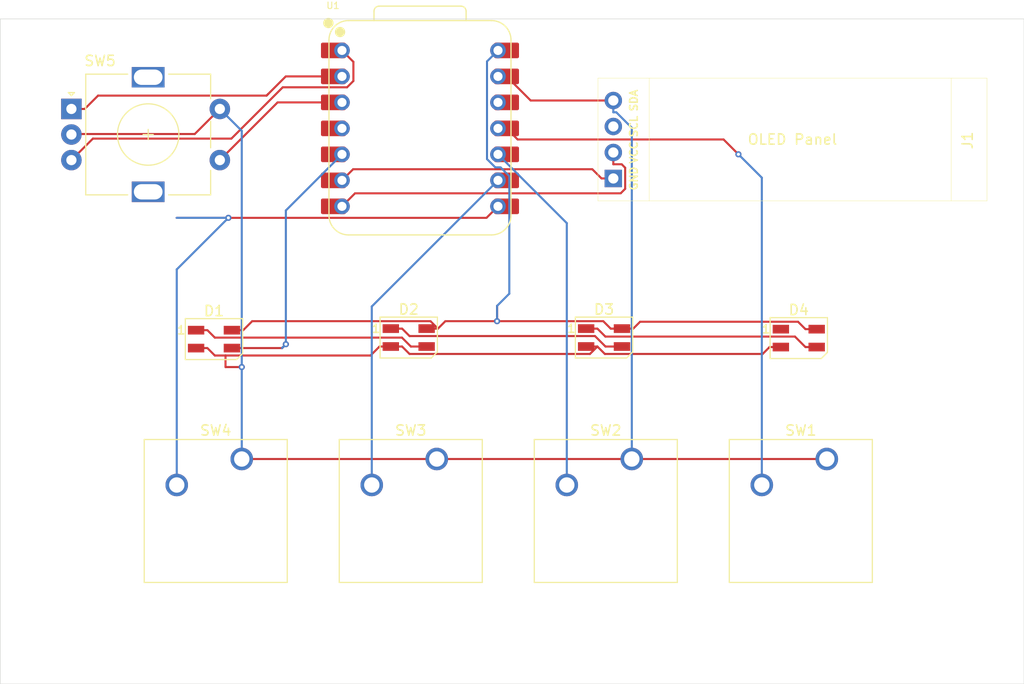
<source format=kicad_pcb>
(kicad_pcb (version 20241229) (generator "pcbnew") (generator_version "9.0")
  (layers (0 "F.Cu" signal) (2 "B.Cu" signal) (13 "F.Paste" user) (15 "B.Paste" user) (5 "F.SilkS" user "F.Silkscreen") (7 "B.SilkS" user "B.Silkscreen") (1 "F.Mask" user) (3 "B.Mask" user) (25 "Edge.Cuts" user))
  (net 0 "")
  (net 1 "Net-(D1-DIN)")
  (net 2 "Net-(D1-DOUT)")
  (net 3 "GND")
  (net 4 "+5V")
  (net 6 "Net-(J1-Pin_1)")
  (net 7 "Net-(J1-Pin_2)")
  (net 8 "VCC")
  (net 9 "Net-(U1-GPIO3{slash}MOSI)")
  (net 10 "Net-(U1-GPIO4{slash}MISO)")
  (net 11 "Net-(U1-GPIO2{slash}SCK)")
  (net 12 "Net-(U1-GPIO1{slash}RX)")
  (net 13 "unconnected-(U1-GPIO29{slash}ADC3{slash}A3-Pad4)")
  (net 14 "Net-(U1-GPIO28{slash}ADC2{slash}A2)")
  (net 15 "Net-(U1-GPIO26{slash}ADC0{slash}A0)")
  (net 16 "Net-(U1-GPIO27{slash}ADC1{slash}A1)")
  (net 17 "unconnected-(U1-3V3-Pad12)")
  (net 18 "Net-(D2-DOUT)")
  (net 19 "Net-(D3-DOUT)")
  (footprint "LED_SMD:LED_SK6812MINI_PLCC4_3.5x3.5mm_P1.75mm" (layer "F.Cu") (at 127.8 105.7)
    (property "Reference" "D4" (at 0 -2.75 0) (layer "F.SilkS"))
    (property "Value" "SK6812MINI")
    (fp_line (start -2.8 -2) (end -2.8 2) (stroke (width 0.12)) (layer "F.SilkS"))
    (fp_line (start -2.8 -2) (end 2.8 -2) (stroke (width 0.12)) (layer "F.SilkS"))
    (fp_line (start -2.8 2) (end 2.2 2) (stroke (width 0.12)) (layer "F.SilkS"))
    (fp_line (start 2.8 1.4) (end 2.2 2) (stroke (width 0.12)) (layer "F.SilkS"))
    (fp_line (start 2.8 1.4) (end 2.8 -2) (stroke (width 0.12)) (layer "F.SilkS"))
    (fp_text user "1" (at -3.2 -0.875 0) (layer "F.SilkS") (effects (font (size 0.8 0.8))))
    (pad "1" smd rect (at -1.75 -0.875) (size 1.6 0.85) (layers "F.Cu" "F.Mask" "F.Paste"))
    (pad "2" smd rect (at -1.75 0.875) (size 1.6 0.85) (layers "F.Cu" "F.Mask" "F.Paste") (net 3 "GND"))
    (pad "3" smd rect (at 1.75 0.875) (size 1.6 0.85) (layers "F.Cu" "F.Mask" "F.Paste") (net 19 "Net-(D3-DOUT)"))
    (pad "4" smd rect (at 1.75 -0.875) (size 1.6 0.85) (layers "F.Cu" "F.Mask" "F.Paste") (net 4 "+5V"))
  )
  (footprint "LED_SMD:LED_SK6812MINI_PLCC4_3.5x3.5mm_P1.75mm" (layer "F.Cu") (at 89.7 105.6487)
    (property "Reference" "D2" (at 0 -2.75 0) (layer "F.SilkS"))
    (property "Value" "SK6812MINI")
    (fp_line (start -2.8 -2) (end -2.8 2) (stroke (width 0.12)) (layer "F.SilkS"))
    (fp_line (start -2.8 -2) (end 2.8 -2) (stroke (width 0.12)) (layer "F.SilkS"))
    (fp_line (start -2.8 2) (end 2.2 2) (stroke (width 0.12)) (layer "F.SilkS"))
    (fp_line (start 2.8 1.4) (end 2.2 2) (stroke (width 0.12)) (layer "F.SilkS"))
    (fp_line (start 2.8 1.4) (end 2.8 -2) (stroke (width 0.12)) (layer "F.SilkS"))
    (fp_text user "1" (at -3.2 -0.875 0) (layer "F.SilkS") (effects (font (size 0.8 0.8))))
    (pad "1" smd rect (at -1.75 -0.875) (size 1.6 0.85) (layers "F.Cu" "F.Mask" "F.Paste") (net 18 "Net-(D2-DOUT)"))
    (pad "2" smd rect (at -1.75 0.875) (size 1.6 0.85) (layers "F.Cu" "F.Mask" "F.Paste") (net 3 "GND"))
    (pad "3" smd rect (at 1.75 0.875) (size 1.6 0.85) (layers "F.Cu" "F.Mask" "F.Paste") (net 2 "Net-(D1-DOUT)"))
    (pad "4" smd rect (at 1.75 -0.875) (size 1.6 0.85) (layers "F.Cu" "F.Mask" "F.Paste") (net 4 "+5V"))
  )
  (footprint "Button_Switch_Keyboard:SW_Cherry_MX_1.00u_PCB" (layer "F.Cu") (at 73.39 117.52)
    (property "Reference" "SW4" (at -2.54 -2.794 0) (layer "F.SilkS"))
    (property "Value" "SW_Push")
    (fp_line (start -9.525 -1.905) (end 4.445 -1.905) (stroke (width 0.12)) (layer "F.SilkS"))
    (fp_line (start -9.525 12.065) (end -9.525 -1.905) (stroke (width 0.12)) (layer "F.SilkS"))
    (fp_line (start 4.445 -1.905) (end 4.445 12.065) (stroke (width 0.12)) (layer "F.SilkS"))
    (fp_line (start 4.445 12.065) (end -9.525 12.065) (stroke (width 0.12)) (layer "F.SilkS"))
    (pad "" np_thru_hole circle (at -7.62 5.08) (size 1.7 1.7) (drill 1.7) (layers "*.Cu" "*.Mask"))
    (pad "" np_thru_hole circle (at -2.54 5.08) (size 4 4) (drill 4) (layers "*.Cu" "*.Mask"))
    (pad "" np_thru_hole circle (at 2.54 5.08) (size 1.7 1.7) (drill 1.7) (layers "*.Cu" "*.Mask"))
    (pad "1" thru_hole circle (at 0 0) (size 2.2 2.2) (drill 1.5) (layers "*.Cu" "*.Mask") (net 3 "GND"))
    (pad "2" thru_hole circle (at -6.35 2.54) (size 2.2 2.2) (drill 1.5) (layers "*.Cu" "*.Mask") (net 12 "Net-(U1-GPIO1{slash}RX)"))
  )
  (footprint "Button_Switch_Keyboard:SW_Cherry_MX_1.00u_PCB" (layer "F.Cu") (at 130.54 117.52)
    (property "Reference" "SW1" (at -2.54 -2.794 0) (layer "F.SilkS"))
    (property "Value" "SW_Push")
    (fp_line (start -9.525 -1.905) (end 4.445 -1.905) (stroke (width 0.12)) (layer "F.SilkS"))
    (fp_line (start -9.525 12.065) (end -9.525 -1.905) (stroke (width 0.12)) (layer "F.SilkS"))
    (fp_line (start 4.445 -1.905) (end 4.445 12.065) (stroke (width 0.12)) (layer "F.SilkS"))
    (fp_line (start 4.445 12.065) (end -9.525 12.065) (stroke (width 0.12)) (layer "F.SilkS"))
    (pad "" np_thru_hole circle (at -7.62 5.08) (size 1.7 1.7) (drill 1.7) (layers "*.Cu" "*.Mask"))
    (pad "" np_thru_hole circle (at -2.54 5.08) (size 4 4) (drill 4) (layers "*.Cu" "*.Mask"))
    (pad "" np_thru_hole circle (at 2.54 5.08) (size 1.7 1.7) (drill 1.7) (layers "*.Cu" "*.Mask"))
    (pad "1" thru_hole circle (at 0 0) (size 2.2 2.2) (drill 1.5) (layers "*.Cu" "*.Mask") (net 3 "GND"))
    (pad "2" thru_hole circle (at -6.35 2.54) (size 2.2 2.2) (drill 1.5) (layers "*.Cu" "*.Mask") (net 9 "Net-(U1-GPIO3{slash}MOSI)"))
  )
  (footprint "LED_SMD:LED_SK6812MINI_PLCC4_3.5x3.5mm_P1.75mm" (layer "F.Cu") (at 108.7787 105.6487)
    (property "Reference" "D3" (at 0 -2.75 0) (layer "F.SilkS"))
    (property "Value" "SK6812MINI")
    (fp_line (start -2.8 -2) (end -2.8 2) (stroke (width 0.12)) (layer "F.SilkS"))
    (fp_line (start -2.8 -2) (end 2.8 -2) (stroke (width 0.12)) (layer "F.SilkS"))
    (fp_line (start -2.8 2) (end 2.2 2) (stroke (width 0.12)) (layer "F.SilkS"))
    (fp_line (start 2.8 1.4) (end 2.2 2) (stroke (width 0.12)) (layer "F.SilkS"))
    (fp_line (start 2.8 1.4) (end 2.8 -2) (stroke (width 0.12)) (layer "F.SilkS"))
    (fp_text user "1" (at -3.2 -0.875 0) (layer "F.SilkS") (effects (font (size 0.8 0.8))))
    (pad "1" smd rect (at -1.75 -0.875) (size 1.6 0.85) (layers "F.Cu" "F.Mask" "F.Paste") (net 19 "Net-(D3-DOUT)"))
    (pad "2" smd rect (at -1.75 0.875) (size 1.6 0.85) (layers "F.Cu" "F.Mask" "F.Paste") (net 3 "GND"))
    (pad "3" smd rect (at 1.75 0.875) (size 1.6 0.85) (layers "F.Cu" "F.Mask" "F.Paste") (net 18 "Net-(D2-DOUT)"))
    (pad "4" smd rect (at 1.75 -0.875) (size 1.6 0.85) (layers "F.Cu" "F.Mask" "F.Paste") (net 4 "+5V"))
  )
  (footprint "Seeed Studio XIAO Series Library:XIAO-RP2040-DIP" (layer "F.Cu") (at 90.8 85.2)
    (property "Reference" "U1" (at -8.5 -12 0) (layer "F.SilkS") (effects (font (size 0.635 0.635) (thickness 0.1016))))
    (property "Value" "XIAO-RP2040-DIP")
    (fp_line (start -8.89 8.509) (end -8.89 -8.636) (stroke (width 0.127)) (layer "F.SilkS"))
    (fp_line (start -6.985 10.414) (end 6.985 10.414) (stroke (width 0.127)) (layer "F.SilkS"))
    (fp_line (start -4.495 -10.541) (end -4.491272 -11.451272) (stroke (width 0.127)) (layer "F.SilkS"))
    (fp_line (start -3.991272 -11.951) (end 4.004 -11.951) (stroke (width 0.127)) (layer "F.SilkS"))
    (fp_line (start 4.504 -11.451) (end 4.504 -10.541) (stroke (width 0.127)) (layer "F.SilkS"))
    (fp_line (start 6.985 -10.541) (end -6.985 -10.541) (stroke (width 0.1)) (layer "F.SilkS"))
    (fp_line (start 6.985 -10.541) (end -6.985 -10.541) (stroke (width 0.127)) (layer "F.SilkS"))
    (fp_line (start 8.89 8.509) (end 8.89 -8.636) (stroke (width 0.127)) (layer "F.SilkS"))
    (fp_arc (start -8.89 -8.636) (mid -8.332038 -9.983038) (end -6.985 -10.541) (stroke (width 0.127)) (layer "F.SilkS"))
    (fp_arc (start -6.985 10.414) (mid -8.332038 9.856038) (end -8.89 8.509) (stroke (width 0.127)) (layer "F.SilkS"))
    (fp_arc (start -4.491272 -11.451272) (mid -4.344728 -11.80464) (end -3.991272 -11.951) (stroke (width 0.127)) (layer "F.SilkS"))
    (fp_arc (start 4.004 -11.951) (mid 4.357553 -11.804553) (end 4.504 -11.451) (stroke (width 0.127)) (layer "F.SilkS"))
    (fp_arc (start 6.985 -10.541) (mid 8.332038 -9.983038) (end 8.89 -8.636) (stroke (width 0.127)) (layer "F.SilkS"))
    (fp_arc (start 8.89 8.509) (mid 8.332038 9.856038) (end 6.985 10.414) (stroke (width 0.127)) (layer "F.SilkS"))
    (fp_circle (center -8.95 -10.3) (end -8.95 -10.554) (stroke (width 0.5)) (fill yes) (layer "F.SilkS"))
    (fp_circle (center -7.807 -9.42) (end -7.807 -9.674) (stroke (width 0.5)) (fill yes) (layer "F.SilkS"))
    (pad "1" smd roundrect (at -8.455 -7.62 180) (size 2.432 1.524) (layers "F.Cu" "F.Mask") (roundrect_rratio 0.1) (net 15 "Net-(U1-GPIO26{slash}ADC0{slash}A0)"))
    (pad "1" thru_hole circle (at -7.62 -7.62 180) (size 1.524 1.524) (drill 0.889) (layers "*.Cu" "*.Mask") (net 15 "Net-(U1-GPIO26{slash}ADC0{slash}A0)"))
    (pad "2" smd roundrect (at -8.455 -5.08 180) (size 2.432 1.524) (layers "F.Cu" "F.Mask") (roundrect_rratio 0.1) (net 16 "Net-(U1-GPIO27{slash}ADC1{slash}A1)"))
    (pad "2" thru_hole circle (at -7.62 -5.08 180) (size 1.524 1.524) (drill 0.889) (layers "*.Cu" "*.Mask") (net 16 "Net-(U1-GPIO27{slash}ADC1{slash}A1)"))
    (pad "3" smd roundrect (at -8.455 -2.54 180) (size 2.432 1.524) (layers "F.Cu" "F.Mask") (roundrect_rratio 0.1) (net 14 "Net-(U1-GPIO28{slash}ADC2{slash}A2)"))
    (pad "3" thru_hole circle (at -7.62 -2.54 180) (size 1.524 1.524) (drill 0.889) (layers "*.Cu" "*.Mask") (net 14 "Net-(U1-GPIO28{slash}ADC2{slash}A2)"))
    (pad "4" smd roundrect (at -8.455 0 180) (size 2.432 1.524) (layers "F.Cu" "F.Mask") (roundrect_rratio 0.1) (net 13 "unconnected-(U1-GPIO29{slash}ADC3{slash}A3-Pad4)"))
    (pad "4" thru_hole circle (at -7.62 0 180) (size 1.524 1.524) (drill 0.889) (layers "*.Cu" "*.Mask") (net 13 "unconnected-(U1-GPIO29{slash}ADC3{slash}A3-Pad4)"))
    (pad "5" smd roundrect (at -8.455 2.54 180) (size 2.432 1.524) (layers "F.Cu" "F.Mask") (roundrect_rratio 0.1) (net 1 "Net-(D1-DIN)"))
    (pad "5" thru_hole circle (at -7.62 2.54 180) (size 1.524 1.524) (drill 0.889) (layers "*.Cu" "*.Mask") (net 1 "Net-(D1-DIN)"))
    (pad "6" smd roundrect (at -8.455 5.08 180) (size 2.432 1.524) (layers "F.Cu" "F.Mask") (roundrect_rratio 0.1) (net 6 "Net-(J1-Pin_1)"))
    (pad "6" thru_hole circle (at -7.62 5.08 180) (size 1.524 1.524) (drill 0.889) (layers "*.Cu" "*.Mask") (net 6 "Net-(J1-Pin_1)"))
    (pad "7" smd roundrect (at -8.455 7.62 180) (size 2.432 1.524) (layers "F.Cu" "F.Mask") (roundrect_rratio 0.1) (net 7 "Net-(J1-Pin_2)"))
    (pad "7" thru_hole circle (at -7.62 7.62 180) (size 1.524 1.524) (drill 0.889) (layers "*.Cu" "*.Mask") (net 7 "Net-(J1-Pin_2)"))
    (pad "8" thru_hole circle (at 7.62 7.62) (size 1.524 1.524) (drill 0.889) (layers "*.Cu" "*.Mask") (net 12 "Net-(U1-GPIO1{slash}RX)"))
    (pad "8" smd roundrect (at 8.455 7.62) (size 2.432 1.524) (layers "F.Cu" "F.Mask") (roundrect_rratio 0.1) (net 12 "Net-(U1-GPIO1{slash}RX)"))
    (pad "9" thru_hole circle (at 7.62 5.08) (size 1.524 1.524) (drill 0.889) (layers "*.Cu" "*.Mask") (net 11 "Net-(U1-GPIO2{slash}SCK)"))
    (pad "9" smd roundrect (at 8.455 5.08) (size 2.432 1.524) (layers "F.Cu" "F.Mask") (roundrect_rratio 0.1) (net 11 "Net-(U1-GPIO2{slash}SCK)"))
    (pad "10" thru_hole circle (at 7.62 2.54) (size 1.524 1.524) (drill 0.889) (layers "*.Cu" "*.Mask") (net 10 "Net-(U1-GPIO4{slash}MISO)"))
    (pad "10" smd roundrect (at 8.455 2.54) (size 2.432 1.524) (layers "F.Cu" "F.Mask") (roundrect_rratio 0.1) (net 10 "Net-(U1-GPIO4{slash}MISO)"))
    (pad "11" thru_hole circle (at 7.62 0) (size 1.524 1.524) (drill 0.889) (layers "*.Cu" "*.Mask") (net 9 "Net-(U1-GPIO3{slash}MOSI)"))
    (pad "11" smd roundrect (at 8.455 0) (size 2.432 1.524) (layers "F.Cu" "F.Mask") (roundrect_rratio 0.1) (net 9 "Net-(U1-GPIO3{slash}MOSI)"))
    (pad "12" thru_hole circle (at 7.62 -2.54) (size 1.524 1.524) (drill 0.889) (layers "*.Cu" "*.Mask") (net 17 "unconnected-(U1-3V3-Pad12)"))
    (pad "12" smd roundrect (at 8.455 -2.54) (size 2.432 1.524) (layers "F.Cu" "F.Mask") (roundrect_rratio 0.1) (net 17 "unconnected-(U1-3V3-Pad12)"))
    (pad "13" thru_hole circle (at 7.62 -5.08) (size 1.524 1.524) (drill 0.889) (layers "*.Cu" "*.Mask") (net 3 "GND"))
    (pad "13" smd roundrect (at 8.455 -5.08) (size 2.432 1.524) (layers "F.Cu" "F.Mask") (roundrect_rratio 0.1) (net 3 "GND"))
    (pad "14" thru_hole circle (at 7.62 -7.62) (size 1.524 1.524) (drill 0.889) (layers "*.Cu" "*.Mask") (net 4 "+5V"))
    (pad "14" smd roundrect (at 8.455 -7.62) (size 2.432 1.524) (layers "F.Cu" "F.Mask") (roundrect_rratio 0.1) (net 4 "+5V"))
  )
  (footprint "Button_Switch_Keyboard:SW_Cherry_MX_1.00u_PCB" (layer "F.Cu") (at 92.44 117.52)
    (property "Reference" "SW3" (at -2.54 -2.794 0) (layer "F.SilkS"))
    (property "Value" "SW_Push")
    (fp_line (start -9.525 -1.905) (end 4.445 -1.905) (stroke (width 0.12)) (layer "F.SilkS"))
    (fp_line (start -9.525 12.065) (end -9.525 -1.905) (stroke (width 0.12)) (layer "F.SilkS"))
    (fp_line (start 4.445 -1.905) (end 4.445 12.065) (stroke (width 0.12)) (layer "F.SilkS"))
    (fp_line (start 4.445 12.065) (end -9.525 12.065) (stroke (width 0.12)) (layer "F.SilkS"))
    (pad "" np_thru_hole circle (at -7.62 5.08) (size 1.7 1.7) (drill 1.7) (layers "*.Cu" "*.Mask"))
    (pad "" np_thru_hole circle (at -2.54 5.08) (size 4 4) (drill 4) (layers "*.Cu" "*.Mask"))
    (pad "" np_thru_hole circle (at 2.54 5.08) (size 1.7 1.7) (drill 1.7) (layers "*.Cu" "*.Mask"))
    (pad "1" thru_hole circle (at 0 0) (size 2.2 2.2) (drill 1.5) (layers "*.Cu" "*.Mask") (net 3 "GND"))
    (pad "2" thru_hole circle (at -6.35 2.54) (size 2.2 2.2) (drill 1.5) (layers "*.Cu" "*.Mask") (net 11 "Net-(U1-GPIO2{slash}SCK)"))
  )
  (footprint "Button_Switch_Keyboard:SW_Cherry_MX_1.00u_PCB" (layer "F.Cu") (at 111.49 117.52)
    (property "Reference" "SW2" (at -2.54 -2.794 0) (layer "F.SilkS"))
    (property "Value" "SW_Push")
    (fp_line (start -9.525 -1.905) (end 4.445 -1.905) (stroke (width 0.12)) (layer "F.SilkS"))
    (fp_line (start -9.525 12.065) (end -9.525 -1.905) (stroke (width 0.12)) (layer "F.SilkS"))
    (fp_line (start 4.445 -1.905) (end 4.445 12.065) (stroke (width 0.12)) (layer "F.SilkS"))
    (fp_line (start 4.445 12.065) (end -9.525 12.065) (stroke (width 0.12)) (layer "F.SilkS"))
    (pad "" np_thru_hole circle (at -7.62 5.08) (size 1.7 1.7) (drill 1.7) (layers "*.Cu" "*.Mask"))
    (pad "" np_thru_hole circle (at -2.54 5.08) (size 4 4) (drill 4) (layers "*.Cu" "*.Mask"))
    (pad "" np_thru_hole circle (at 2.54 5.08) (size 1.7 1.7) (drill 1.7) (layers "*.Cu" "*.Mask"))
    (pad "1" thru_hole circle (at 0 0) (size 2.2 2.2) (drill 1.5) (layers "*.Cu" "*.Mask") (net 3 "GND"))
    (pad "2" thru_hole circle (at -6.35 2.54) (size 2.2 2.2) (drill 1.5) (layers "*.Cu" "*.Mask") (net 10 "Net-(U1-GPIO4{slash}MISO)"))
  )
  (footprint "Rotary_Encoder:RotaryEncoder_Alps_EC11E-Switch_Vertical_H20mm" (layer "F.Cu") (at 56.75 83.3)
    (property "Reference" "SW5" (at 2.8 -4.7 0) (layer "F.SilkS"))
    (property "Value" "RotaryEncoder_Switch")
    (fp_line (start -0.3 -1.6) (end 0.3 -1.6) (stroke (width 0.12)) (layer "F.SilkS"))
    (fp_line (start 0 -1.3) (end -0.3 -1.6) (stroke (width 0.12)) (layer "F.SilkS"))
    (fp_line (start 0.3 -1.6) (end 0 -1.3) (stroke (width 0.12)) (layer "F.SilkS"))
    (fp_line (start 1.4 -3.4) (end 1.4 8.4) (stroke (width 0.12)) (layer "F.SilkS"))
    (fp_line (start 5.5 -3.4) (end 1.4 -3.4) (stroke (width 0.12)) (layer "F.SilkS"))
    (fp_line (start 5.5 8.4) (end 1.4 8.4) (stroke (width 0.12)) (layer "F.SilkS"))
    (fp_line (start 7 2.5) (end 8 2.5) (stroke (width 0.12)) (layer "F.SilkS"))
    (fp_line (start 7.5 2) (end 7.5 3) (stroke (width 0.12)) (layer "F.SilkS"))
    (fp_line (start 9.5 -3.4) (end 13.6 -3.4) (stroke (width 0.12)) (layer "F.SilkS"))
    (fp_line (start 13.6 -3.4) (end 13.6 -1) (stroke (width 0.12)) (layer "F.SilkS"))
    (fp_line (start 13.6 1.2) (end 13.6 3.8) (stroke (width 0.12)) (layer "F.SilkS"))
    (fp_line (start 13.6 6) (end 13.6 8.4) (stroke (width 0.12)) (layer "F.SilkS"))
    (fp_line (start 13.6 8.4) (end 9.5 8.4) (stroke (width 0.12)) (layer "F.SilkS"))
    (fp_circle (center 7.5 2.5) (end 10.5 2.5) (stroke (width 0.12)) (fill no) (layer "F.SilkS"))
    (pad "A" thru_hole rect (at 0 0) (size 2 2) (drill 1) (layers "*.Cu" "*.Mask") (net 16 "Net-(U1-GPIO27{slash}ADC1{slash}A1)"))
    (pad "B" thru_hole circle (at 0 5) (size 2 2) (drill 1) (layers "*.Cu" "*.Mask") (net 15 "Net-(U1-GPIO26{slash}ADC0{slash}A0)"))
    (pad "C" thru_hole circle (at 0 2.5) (size 2 2) (drill 1) (layers "*.Cu" "*.Mask") (net 3 "GND"))
    (pad "MP" thru_hole rect (at 7.5 -3.1) (size 3.2 2) (drill oval 2.8 1.5) (layers "*.Cu" "*.Mask"))
    (pad "MP" thru_hole rect (at 7.5 8.1) (size 3.2 2) (drill oval 2.8 1.5) (layers "*.Cu" "*.Mask"))
    (pad "S1" thru_hole circle (at 14.5 5) (size 2 2) (drill 1) (layers "*.Cu" "*.Mask") (net 14 "Net-(U1-GPIO28{slash}ADC2{slash}A2)"))
    (pad "S2" thru_hole circle (at 14.5 0) (size 2 2) (drill 1) (layers "*.Cu" "*.Mask") (net 3 "GND"))
  )
  (footprint "LED_SMD:LED_SK6812MINI_PLCC4_3.5x3.5mm_P1.75mm" (layer "F.Cu") (at 70.6787 105.8)
    (property "Reference" "D1" (at 0 -2.75 0) (layer "F.SilkS"))
    (property "Value" "SK6812MINI")
    (fp_line (start -2.8 -2) (end -2.8 2) (stroke (width 0.12)) (layer "F.SilkS"))
    (fp_line (start -2.8 -2) (end 2.8 -2) (stroke (width 0.12)) (layer "F.SilkS"))
    (fp_line (start -2.8 2) (end 2.2 2) (stroke (width 0.12)) (layer "F.SilkS"))
    (fp_line (start 2.8 1.4) (end 2.2 2) (stroke (width 0.12)) (layer "F.SilkS"))
    (fp_line (start 2.8 1.4) (end 2.8 -2) (stroke (width 0.12)) (layer "F.SilkS"))
    (fp_text user "1" (at -3.2 -0.875 0) (layer "F.SilkS") (effects (font (size 0.8 0.8))))
    (pad "1" smd rect (at -1.75 -0.875) (size 1.6 0.85) (layers "F.Cu" "F.Mask" "F.Paste") (net 2 "Net-(D1-DOUT)"))
    (pad "2" smd rect (at -1.75 0.875) (size 1.6 0.85) (layers "F.Cu" "F.Mask" "F.Paste") (net 3 "GND"))
    (pad "3" smd rect (at 1.75 0.875) (size 1.6 0.85) (layers "F.Cu" "F.Mask" "F.Paste") (net 1 "Net-(D1-DIN)"))
    (pad "4" smd rect (at 1.75 -0.875) (size 1.6 0.85) (layers "F.Cu" "F.Mask" "F.Paste") (net 4 "+5V"))
  )
  (footprint "KiCad-SSD1306-0.91-OLED-4pin-128x32.pretty-master:SSD1306-0.91-OLED-4pin-128x32" (layer "F.Cu") (at 146.185 92.285 180)
    (property "Reference" "J1" (at 1.9 5.91 90) (layer "F.SilkS"))
    (property "Value" "SSD1306 OLED")
    (fp_line (start 38 12) (end 38 0) (stroke (width 0.04)) (layer "F.SilkS"))
    (fp_line (start 38 0) (end 0 0) (stroke (width 0.04)) (layer "F.SilkS"))
    (fp_line (start 33 0) (end 33 12) (stroke (width 0.04)) (layer "F.SilkS"))
    (fp_line (start 3.5 0) (end 3.5 12) (stroke (width 0.04)) (layer "F.SilkS"))
    (fp_line (start 0 12) (end 38 12) (stroke (width 0.04)) (layer "F.SilkS"))
    (fp_line (start 0 0) (end 0 12) (stroke (width 0.04)) (layer "F.SilkS"))
    (fp_text user "SDA" (at 34.5 9.81 90) (layer "F.SilkS") (effects (font (size 0.75 0.75))))
    (fp_text user "SCL" (at 34.5 7.27 90) (layer "F.SilkS") (effects (font (size 0.75 0.75))))
    (fp_text user "OLED Panel" (at 19 6 0) (layer "F.SilkS"))
    (fp_text user "GND" (at 34.5 2.19 90) (layer "F.SilkS") (effects (font (size 0.75 0.75))))
    (fp_text user "VCC" (at 34.5 4.73 90) (layer "F.SilkS") (effects (font (size 0.75 0.75))))
    (pad "1" thru_hole rect (at 36.5 2.19 180) (size 1.7 1.7) (drill 1) (layers "*.Cu" "*.Mask") (net 6 "Net-(J1-Pin_1)"))
    (pad "2" thru_hole oval (at 36.5 4.73 180) (size 1.7 1.7) (drill 1) (layers "*.Cu" "*.Mask") (net 7 "Net-(J1-Pin_2)"))
    (pad "3" thru_hole oval (at 36.5 7.27 180) (size 1.7 1.7) (drill 1) (layers "*.Cu" "*.Mask") (net 8 "VCC"))
    (pad "4" thru_hole oval (at 36.5 9.81 180) (size 1.7 1.7) (drill 1) (layers "*.Cu" "*.Mask") (net 3 "GND"))
  )
  (gr_rect (start 49.8 74.5) (end 149.8 139.5) (stroke (width 0.05)) (fill no) (layer "Edge.Cuts"))
  (segment (start 77.6975 106.2998) (end 77.3223 106.675) (width 0.2) (layer "F.Cu") (net 1))
  (segment (start 72.4287 106.675) (end 77.3223 106.675) (width 0.2) (layer "F.Cu") (net 1))
  (segment (start 77.3223 106.675) (end 77.6975 106.2998) (width 0.2) (layer "F.Cu") (net 1))
  (segment (start 82.345 87.74) (end 83.18 87.74) (width 0.2) (layer "F.Cu") (net 1))
  (segment (start 77.3223 106.675) (end 77.6975 106.2998) (width 0.2) (layer "F.Cu") (net 1))
  (via (at 77.6975 106.2998) (size 0.6) (drill 0.3) (layers "F.Cu" "B.Cu") (net 1))
  (segment (start 77.6975 93.2225) (end 83.18 87.74) (width 0.2) (layer "B.Cu") (net 1))
  (segment (start 77.6975 106.2998) (end 77.3223 106.675) (width 0.2) (layer "B.Cu") (net 1))
  (segment (start 77.3223 106.675) (end 77.6975 106.2998) (width 0.2) (layer "B.Cu") (net 1))
  (segment (start 77.6975 106.2998) (end 77.6975 93.2225) (width 0.2) (layer "B.Cu") (net 1))
  (segment (start 68.9287 104.925) (end 70.0304 104.925) (width 0.2) (layer "F.Cu") (net 2))
  (segment (start 89.9078 106.5237) (end 89.0358 105.6517) (width 0.2) (layer "F.Cu") (net 2))
  (segment (start 89.0358 105.6517) (end 70.7571 105.6517) (width 0.2) (layer "F.Cu") (net 2))
  (segment (start 70.7571 105.6517) (end 70.0304 104.925) (width 0.2) (layer "F.Cu") (net 2))
  (segment (start 91.45 106.5237) (end 89.9078 106.5237) (width 0.2) (layer "F.Cu") (net 2))
  (segment (start 126.05 106.575) (end 124.9483 106.575) (width 0.2) (layer "F.Cu") (net 3))
  (segment (start 99.255 80.12) (end 98.42 80.12) (width 0.2) (layer "F.Cu") (net 3))
  (segment (start 108.1304 106.5237) (end 108.8571 107.2504) (width 0.2) (layer "F.Cu") (net 3))
  (segment (start 71.25 83.3) (end 68.7989 85.7511) (width 0.2) (layer "F.Cu") (net 3))
  (segment (start 109.685 82.475) (end 101.61 82.475) (width 0.2) (layer "F.Cu") (net 3))
  (segment (start 71.8033 108.5315) (end 71.8033 107.4017) (width 0.2) (layer "F.Cu") (net 3))
  (segment (start 71.8033 107.4017) (end 70.7571 107.4017) (width 0.2) (layer "F.Cu") (net 3))
  (segment (start 71.8033 108.5315) (end 73.39 108.5315) (width 0.2) (layer "F.Cu") (net 3))
  (segment (start 111.49 117.52) (end 130.54 117.52) (width 0.2) (layer "F.Cu") (net 3))
  (segment (start 87.3992 106.5237) (end 86.8483 106.5237) (width 0.2) (layer "F.Cu") (net 3))
  (segment (start 86.8483 106.5237) (end 85.9703 107.4017) (width 0.2) (layer "F.Cu") (net 3))
  (segment (start 73.39 117.52) (end 92.44 117.52) (width 0.2) (layer "F.Cu") (net 3))
  (segment (start 107.0287 106.5237) (end 108.1304 106.5237) (width 0.2) (layer "F.Cu") (net 3))
  (segment (start 124.2729 107.2504) (end 124.9483 106.575) (width 0.2) (layer "F.Cu") (net 3))
  (segment (start 108.8571 107.2504) (end 124.2729 107.2504) (width 0.2) (layer "F.Cu") (net 3))
  (segment (start 108.1304 106.5237) (end 107.4037 107.2504) (width 0.2) (layer "F.Cu") (net 3))
  (segment (start 89.7784 107.2504) (end 89.0517 106.5237) (width 0.2) (layer "F.Cu") (net 3))
  (segment (start 107.4037 107.2504) (end 89.7784 107.2504) (width 0.2) (layer "F.Cu") (net 3))
  (segment (start 101.61 82.475) (end 99.255 80.12) (width 0.2) (layer "F.Cu") (net 3))
  (segment (start 87.95 106.5237) (end 89.0517 106.5237) (width 0.2) (layer "F.Cu") (net 3))
  (segment (start 92.44 117.52) (end 111.49 117.52) (width 0.2) (layer "F.Cu") (net 3))
  (segment (start 56.7988 85.7512) (end 56.75 85.8) (width 0.2) (layer "F.Cu") (net 3))
  (segment (start 70.7571 107.4017) (end 70.0304 106.675) (width 0.2) (layer "F.Cu") (net 3))
  (segment (start 87.3992 106.5237) (end 87.95 106.5237) (width 0.2) (layer "F.Cu") (net 3))
  (segment (start 85.9703 107.4017) (end 71.8033 107.4017) (width 0.2) (layer "F.Cu") (net 3))
  (segment (start 68.7989 85.7511) (end 56.7988 85.7511) (width 0.2) (layer "F.Cu") (net 3))
  (segment (start 56.7988 85.7511) (end 56.7988 85.7512) (width 0.2) (layer "F.Cu") (net 3))
  (segment (start 68.9287 106.675) (end 70.0304 106.675) (width 0.2) (layer "F.Cu") (net 3))
  (via (at 73.39 108.5315) (size 0.6) (drill 0.3) (layers "F.Cu" "B.Cu") (net 3))
  (segment (start 109.685 82.475) (end 109.685 83.6267) (width 0.2) (layer "B.Cu") (net 3))
  (segment (start 73.39 85.44) (end 71.25 83.3) (width 0.2) (layer "B.Cu") (net 3))
  (segment (start 73.39 117.52) (end 73.39 108.5315) (width 0.2) (layer "B.Cu") (net 3))
  (segment (start 109.685 83.6267) (end 109.9729 83.6267) (width 0.2) (layer "B.Cu") (net 3))
  (segment (start 111.49 85.1438) (end 111.49 117.52) (width 0.2) (layer "B.Cu") (net 3))
  (segment (start 109.9729 83.6267) (end 111.49 85.1438) (width 0.2) (layer "B.Cu") (net 3))
  (segment (start 73.39 108.5315) (end 73.39 85.44) (width 0.2) (layer "B.Cu") (net 3))
  (segment (start 98.3272 102.5537) (end 98.3272 104.047) (width 0.2) (layer "F.Cu") (net 4))
  (segment (start 128.4483 104.825) (end 127.7216 104.0983) (width 0.2) (layer "F.Cu") (net 4))
  (segment (start 93.2784 104.047) (end 92.5517 104.7737) (width 0.2) (layer "F.Cu") (net 4))
  (segment (start 129.55 104.825) (end 128.4483 104.825) (width 0.2) (layer "F.Cu") (net 4))
  (segment (start 109.427 104.7737) (end 108.7003 104.047) (width 0.2) (layer "F.Cu") (net 4))
  (segment (start 74.4084 104.047) (end 91.825 104.047) (width 0.2) (layer "F.Cu") (net 4))
  (segment (start 98.3272 102.5537) (end 98.3272 104.047) (width 0.2) (layer "F.Cu") (net 4))
  (segment (start 98.3272 104.047) (end 93.2784 104.047) (width 0.2) (layer "F.Cu") (net 4))
  (segment (start 110.5287 104.7737) (end 109.427 104.7737) (width 0.2) (layer "F.Cu") (net 4))
  (segment (start 108.7003 104.047) (end 98.3272 104.047) (width 0.2) (layer "F.Cu") (net 4))
  (segment (start 112.3058 104.0983) (end 111.6304 104.7737) (width 0.2) (layer "F.Cu") (net 4))
  (segment (start 91.45 104.7737) (end 92.5517 104.7737) (width 0.2) (layer "F.Cu") (net 4))
  (segment (start 127.7216 104.0983) (end 112.3058 104.0983) (width 0.2) (layer "F.Cu") (net 4))
  (segment (start 91.825 104.047) (end 92.5517 104.7737) (width 0.2) (layer "F.Cu") (net 4))
  (segment (start 110.5287 104.7737) (end 111.6304 104.7737) (width 0.2) (layer "F.Cu") (net 4))
  (segment (start 72.4287 104.925) (end 73.5304 104.925) (width 0.2) (layer "F.Cu") (net 4))
  (segment (start 99.255 77.58) (end 98.42 77.58) (width 0.2) (layer "F.Cu") (net 4))
  (segment (start 73.5304 104.925) (end 74.4084 104.047) (width 0.2) (layer "F.Cu") (net 4))
  (via (at 98.3272 104.047) (size 0.6) (drill 0.3) (layers "F.Cu" "B.Cu") (net 4))
  (segment (start 99.5241 101.3568) (end 98.3272 102.5537) (width 0.2) (layer "B.Cu") (net 4))
  (segment (start 99.5241 89.868) (end 99.5241 101.3568) (width 0.2) (layer "B.Cu") (net 4))
  (segment (start 98.1565 89.01) (end 98.6661 89.01) (width 0.2) (layer "B.Cu") (net 4))
  (segment (start 97.3464 88.1999) (end 98.1565 89.01) (width 0.2) (layer "B.Cu") (net 4))
  (segment (start 98.6661 89.01) (end 99.5241 89.868) (width 0.2) (layer "B.Cu") (net 4))
  (segment (start 98.3272 102.5537) (end 98.3272 104.047) (width 0.2) (layer "B.Cu") (net 4))
  (segment (start 98.42 77.58) (end 97.3464 78.6536) (width 0.2) (layer "B.Cu") (net 4))
  (segment (start 97.3464 78.6536) (end 97.3464 88.1999) (width 0.2) (layer "B.Cu") (net 4))
  (segment (start 82.345 90.28) (end 82.7625 90.28) (width 0.2) (layer "F.Cu") (net 6))
  (segment (start 82.8038 90.28) (end 83.18 90.28) (width 0.2) (layer "F.Cu") (net 6))
  (segment (start 82.7625 90.28) (end 82.8038 90.28) (width 0.2) (layer "F.Cu") (net 6))
  (segment (start 83.18 90.28) (end 84.2652 89.1948) (width 0.2) (layer "F.Cu") (net 6))
  (segment (start 84.2652 89.1948) (end 107.6331 89.1948) (width 0.2) (layer "F.Cu") (net 6))
  (segment (start 107.6331 89.1948) (end 108.5333 90.095) (width 0.2) (layer "F.Cu") (net 6))
  (segment (start 109.685 90.095) (end 108.5333 90.095) (width 0.2) (layer "F.Cu") (net 6))
  (segment (start 110.8427 89.0499) (end 110.4995 88.7067) (width 0.2) (layer "F.Cu") (net 7))
  (segment (start 110.8427 91.1071) (end 110.8427 89.0499) (width 0.2) (layer "F.Cu") (net 7))
  (segment (start 110.3998 91.55) (end 110.8427 91.1071) (width 0.2) (layer "F.Cu") (net 7))
  (segment (start 83.18 92.82) (end 84.45 91.55) (width 0.2) (layer "F.Cu") (net 7))
  (segment (start 110.4995 88.7067) (end 109.685 88.7067) (width 0.2) (layer "F.Cu") (net 7))
  (segment (start 82.345 92.82) (end 83.18 92.82) (width 0.2) (layer "F.Cu") (net 7))
  (segment (start 109.685 87.555) (end 109.685 88.7067) (width 0.2) (layer "F.Cu") (net 7))
  (segment (start 84.45 91.55) (end 110.3998 91.55) (width 0.2) (layer "F.Cu") (net 7))
  (segment (start 120.4538 86.285) (end 100.34 86.285) (width 0.2) (layer "F.Cu") (net 9))
  (segment (start 99.255 85.2) (end 98.42 85.2) (width 0.2) (layer "F.Cu") (net 9))
  (segment (start 121.904 87.7352) (end 120.4538 86.285) (width 0.2) (layer "F.Cu") (net 9))
  (segment (start 100.34 86.285) (end 99.255 85.2) (width 0.2) (layer "F.Cu") (net 9))
  (via (at 121.904 87.7352) (size 0.6) (drill 0.3) (layers "F.Cu" "B.Cu") (net 9))
  (segment (start 124.19 90.0212) (end 121.904 87.7352) (width 0.2) (layer "B.Cu") (net 9))
  (segment (start 124.19 120.06) (end 124.19 90.0212) (width 0.2) (layer "B.Cu") (net 9))
  (segment (start 98.42 87.74) (end 99.255 87.74) (width 0.2) (layer "F.Cu") (net 10))
  (segment (start 105.14 94.46) (end 105.14 120.06) (width 0.2) (layer "B.Cu") (net 10))
  (segment (start 98.42 87.74) (end 105.14 94.46) (width 0.2) (layer "B.Cu") (net 10))
  (segment (start 99.255 90.28) (end 98.42 90.28) (width 0.2) (layer "F.Cu") (net 11))
  (segment (start 86.09 120.06) (end 86.09 102.61) (width 0.2) (layer "B.Cu") (net 11))
  (segment (start 86.09 102.61) (end 98.42 90.28) (width 0.2) (layer "B.Cu") (net 11))
  (segment (start 99.255 92.82) (end 98.8375 92.82) (width 0.2) (layer "F.Cu") (net 12))
  (segment (start 98.42 92.82) (end 97.2973 93.9427) (width 0.2) (layer "F.Cu") (net 12))
  (segment (start 98.8375 92.82) (end 98.7962 92.82) (width 0.2) (layer "F.Cu") (net 12))
  (segment (start 97.2973 93.9427) (end 72.0834 93.9427) (width 0.2) (layer "F.Cu") (net 12))
  (segment (start 98.7549 92.82) (end 98.42 92.82) (width 0.2) (layer "F.Cu") (net 12))
  (segment (start 67.04 93.9427) (end 72.0834 93.9427) (width 0.2) (layer "F.Cu") (net 12))
  (segment (start 72.0834 93.9427) (end 67.04 93.9427) (width 0.2) (layer "F.Cu") (net 12))
  (segment (start 98.7962 92.82) (end 98.7549 92.82) (width 0.2) (layer "F.Cu") (net 12))
  (via (at 72.0834 93.9427) (size 0.6) (drill 0.3) (layers "F.Cu" "B.Cu") (net 12))
  (segment (start 72.0834 93.9427) (end 67.04 93.9427) (width 0.2) (layer "B.Cu") (net 12))
  (segment (start 67.04 98.9861) (end 67.04 120.06) (width 0.2) (layer "B.Cu") (net 12))
  (segment (start 67.04 93.9427) (end 72.0834 93.9427) (width 0.2) (layer "B.Cu") (net 12))
  (segment (start 72.0834 93.9427) (end 67.04 98.9861) (width 0.2) (layer "B.Cu") (net 12))
  (segment (start 82.345 85.2) (end 83.18 85.2) (width 0.2) (layer "F.Cu") (net 13))
  (segment (start 83.18 82.66) (end 82.345 82.66) (width 0.2) (layer "F.Cu") (net 14))
  (segment (start 71.25 88.3) (end 76.89 82.66) (width 0.2) (layer "F.Cu") (net 14))
  (segment (start 76.89 82.66) (end 82.345 82.66) (width 0.2) (layer "F.Cu") (net 14))
  (segment (start 83.6738 81.1843) (end 77.3926 81.1843) (width 0.2) (layer "F.Cu") (net 15))
  (segment (start 77.3926 81.1843) (end 72.3767 86.2002) (width 0.2) (layer "F.Cu") (net 15))
  (segment (start 84.2948 80.5633) (end 83.6738 81.1843) (width 0.2) (layer "F.Cu") (net 15))
  (segment (start 82.7625 77.58) (end 82.345 77.58) (width 0.2) (layer "F.Cu") (net 15))
  (segment (start 58.8498 86.2002) (end 56.75 88.3) (width 0.2) (layer "F.Cu") (net 15))
  (segment (start 83.18 77.58) (end 82.8038 77.58) (width 0.2) (layer "F.Cu") (net 15))
  (segment (start 83.18 77.58) (end 84.2948 78.6948) (width 0.2) (layer "F.Cu") (net 15))
  (segment (start 82.8038 77.58) (end 82.7625 77.58) (width 0.2) (layer "F.Cu") (net 15))
  (segment (start 84.2948 78.6948) (end 84.2948 80.5633) (width 0.2) (layer "F.Cu") (net 15))
  (segment (start 72.3767 86.2002) (end 58.8498 86.2002) (width 0.2) (layer "F.Cu") (net 15))
  (segment (start 75.8119 81.9968) (end 59.3549 81.9968) (width 0.2) (layer "F.Cu") (net 16))
  (segment (start 75.9767 81.832) (end 75.8119 81.9968) (width 0.2) (layer "F.Cu") (net 16))
  (segment (start 77.6887 80.12) (end 75.9767 81.832) (width 0.2) (layer "F.Cu") (net 16))
  (segment (start 83.18 80.12) (end 82.345 80.12) (width 0.2) (layer "F.Cu") (net 16))
  (segment (start 75.9767 81.832) (end 75.8119 81.9968) (width 0.2) (layer "F.Cu") (net 16))
  (segment (start 82.345 80.12) (end 77.6887 80.12) (width 0.2) (layer "F.Cu") (net 16))
  (segment (start 56.75 83.3) (end 58.0517 83.3) (width 0.2) (layer "F.Cu") (net 16))
  (segment (start 59.3549 81.9968) (end 58.0517 83.3) (width 0.2) (layer "F.Cu") (net 16))
  (segment (start 98.42 82.66) (end 99.255 82.66) (width 0.2) (layer "F.Cu") (net 17))
  (segment (start 89.0517 104.7737) (end 89.7784 105.5004) (width 0.2) (layer "F.Cu") (net 18))
  (segment (start 107.8947 105.5004) (end 108.918 106.5237) (width 0.2) (layer "F.Cu") (net 18))
  (segment (start 108.918 106.5237) (end 110.5287 106.5237) (width 0.2) (layer "F.Cu") (net 18))
  (segment (start 87.95 104.7737) (end 89.0517 104.7737) (width 0.2) (layer "F.Cu") (net 18))
  (segment (start 89.7784 105.5004) (end 107.8947 105.5004) (width 0.2) (layer "F.Cu") (net 18))
  (segment (start 108.9084 105.5517) (end 108.1304 104.7737) (width 0.2) (layer "F.Cu") (net 19))
  (segment (start 129.55 106.575) (end 128.4483 106.575) (width 0.2) (layer "F.Cu") (net 19))
  (segment (start 107.0287 104.7737) (end 108.1304 104.7737) (width 0.2) (layer "F.Cu") (net 19))
  (segment (start 127.425 105.5517) (end 108.9084 105.5517) (width 0.2) (layer "F.Cu") (net 19))
  (segment (start 128.4483 106.575) (end 127.425 105.5517) (width 0.2) (layer "F.Cu") (net 19))
)
</source>
